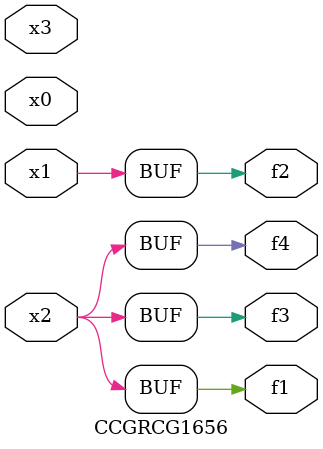
<source format=v>
module CCGRCG1656(
	input x0, x1, x2, x3,
	output f1, f2, f3, f4
);
	assign f1 = x2;
	assign f2 = x1;
	assign f3 = x2;
	assign f4 = x2;
endmodule

</source>
